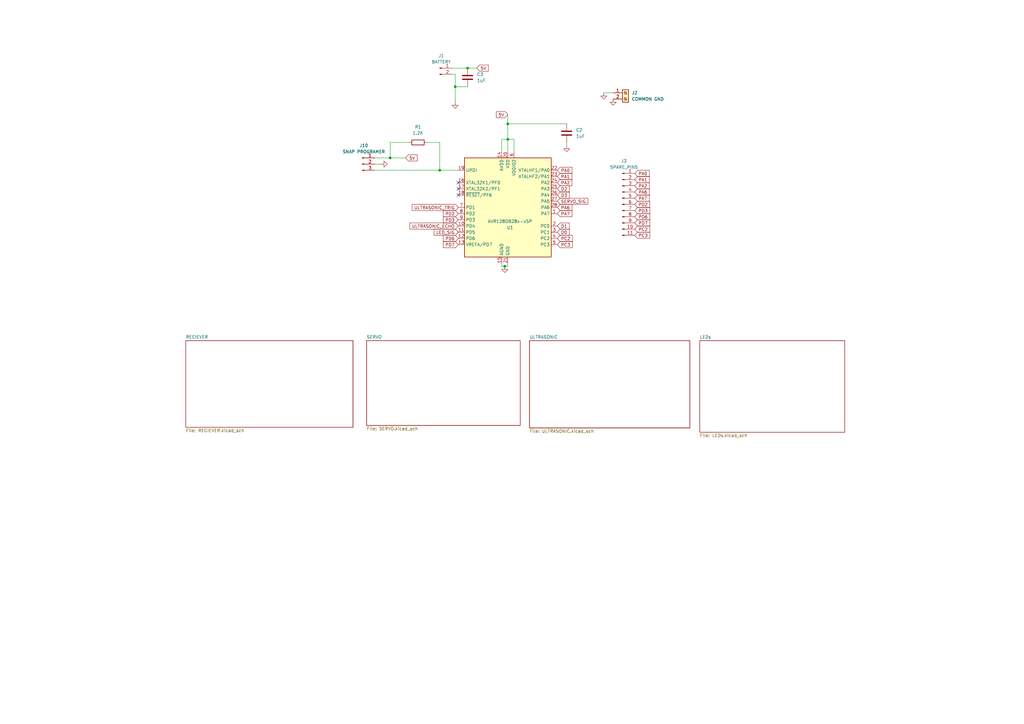
<source format=kicad_sch>
(kicad_sch
	(version 20250114)
	(generator "eeschema")
	(generator_version "9.0")
	(uuid "c7e35edf-6ffe-40dc-9a4f-72db8dbc3769")
	(paper "A3")
	(lib_symbols
		(symbol "Connector:Conn_01x02_Pin"
			(pin_names
				(offset 1.016)
				(hide yes)
			)
			(exclude_from_sim no)
			(in_bom yes)
			(on_board yes)
			(property "Reference" "J"
				(at 0 2.54 0)
				(effects
					(font
						(size 1.27 1.27)
					)
				)
			)
			(property "Value" "Conn_01x02_Pin"
				(at 0 -5.08 0)
				(effects
					(font
						(size 1.27 1.27)
					)
				)
			)
			(property "Footprint" ""
				(at 0 0 0)
				(effects
					(font
						(size 1.27 1.27)
					)
					(hide yes)
				)
			)
			(property "Datasheet" "~"
				(at 0 0 0)
				(effects
					(font
						(size 1.27 1.27)
					)
					(hide yes)
				)
			)
			(property "Description" "Generic connector, single row, 01x02, script generated"
				(at 0 0 0)
				(effects
					(font
						(size 1.27 1.27)
					)
					(hide yes)
				)
			)
			(property "ki_locked" ""
				(at 0 0 0)
				(effects
					(font
						(size 1.27 1.27)
					)
				)
			)
			(property "ki_keywords" "connector"
				(at 0 0 0)
				(effects
					(font
						(size 1.27 1.27)
					)
					(hide yes)
				)
			)
			(property "ki_fp_filters" "Connector*:*_1x??_*"
				(at 0 0 0)
				(effects
					(font
						(size 1.27 1.27)
					)
					(hide yes)
				)
			)
			(symbol "Conn_01x02_Pin_1_1"
				(rectangle
					(start 0.8636 0.127)
					(end 0 -0.127)
					(stroke
						(width 0.1524)
						(type default)
					)
					(fill
						(type outline)
					)
				)
				(rectangle
					(start 0.8636 -2.413)
					(end 0 -2.667)
					(stroke
						(width 0.1524)
						(type default)
					)
					(fill
						(type outline)
					)
				)
				(polyline
					(pts
						(xy 1.27 0) (xy 0.8636 0)
					)
					(stroke
						(width 0.1524)
						(type default)
					)
					(fill
						(type none)
					)
				)
				(polyline
					(pts
						(xy 1.27 -2.54) (xy 0.8636 -2.54)
					)
					(stroke
						(width 0.1524)
						(type default)
					)
					(fill
						(type none)
					)
				)
				(pin passive line
					(at 5.08 0 180)
					(length 3.81)
					(name "Pin_1"
						(effects
							(font
								(size 1.27 1.27)
							)
						)
					)
					(number "1"
						(effects
							(font
								(size 1.27 1.27)
							)
						)
					)
				)
				(pin passive line
					(at 5.08 -2.54 180)
					(length 3.81)
					(name "Pin_2"
						(effects
							(font
								(size 1.27 1.27)
							)
						)
					)
					(number "2"
						(effects
							(font
								(size 1.27 1.27)
							)
						)
					)
				)
			)
			(embedded_fonts no)
		)
		(symbol "Connector:Conn_01x03_Pin"
			(pin_names
				(offset 1.016)
				(hide yes)
			)
			(exclude_from_sim no)
			(in_bom yes)
			(on_board yes)
			(property "Reference" "J"
				(at 0 5.08 0)
				(effects
					(font
						(size 1.27 1.27)
					)
				)
			)
			(property "Value" "Conn_01x03_Pin"
				(at 0 -5.08 0)
				(effects
					(font
						(size 1.27 1.27)
					)
				)
			)
			(property "Footprint" ""
				(at 0 0 0)
				(effects
					(font
						(size 1.27 1.27)
					)
					(hide yes)
				)
			)
			(property "Datasheet" "~"
				(at 0 0 0)
				(effects
					(font
						(size 1.27 1.27)
					)
					(hide yes)
				)
			)
			(property "Description" "Generic connector, single row, 01x03, script generated"
				(at 0 0 0)
				(effects
					(font
						(size 1.27 1.27)
					)
					(hide yes)
				)
			)
			(property "ki_locked" ""
				(at 0 0 0)
				(effects
					(font
						(size 1.27 1.27)
					)
				)
			)
			(property "ki_keywords" "connector"
				(at 0 0 0)
				(effects
					(font
						(size 1.27 1.27)
					)
					(hide yes)
				)
			)
			(property "ki_fp_filters" "Connector*:*_1x??_*"
				(at 0 0 0)
				(effects
					(font
						(size 1.27 1.27)
					)
					(hide yes)
				)
			)
			(symbol "Conn_01x03_Pin_1_1"
				(rectangle
					(start 0.8636 2.667)
					(end 0 2.413)
					(stroke
						(width 0.1524)
						(type default)
					)
					(fill
						(type outline)
					)
				)
				(rectangle
					(start 0.8636 0.127)
					(end 0 -0.127)
					(stroke
						(width 0.1524)
						(type default)
					)
					(fill
						(type outline)
					)
				)
				(rectangle
					(start 0.8636 -2.413)
					(end 0 -2.667)
					(stroke
						(width 0.1524)
						(type default)
					)
					(fill
						(type outline)
					)
				)
				(polyline
					(pts
						(xy 1.27 2.54) (xy 0.8636 2.54)
					)
					(stroke
						(width 0.1524)
						(type default)
					)
					(fill
						(type none)
					)
				)
				(polyline
					(pts
						(xy 1.27 0) (xy 0.8636 0)
					)
					(stroke
						(width 0.1524)
						(type default)
					)
					(fill
						(type none)
					)
				)
				(polyline
					(pts
						(xy 1.27 -2.54) (xy 0.8636 -2.54)
					)
					(stroke
						(width 0.1524)
						(type default)
					)
					(fill
						(type none)
					)
				)
				(pin passive line
					(at 5.08 2.54 180)
					(length 3.81)
					(name "Pin_1"
						(effects
							(font
								(size 1.27 1.27)
							)
						)
					)
					(number "1"
						(effects
							(font
								(size 1.27 1.27)
							)
						)
					)
				)
				(pin passive line
					(at 5.08 0 180)
					(length 3.81)
					(name "Pin_2"
						(effects
							(font
								(size 1.27 1.27)
							)
						)
					)
					(number "2"
						(effects
							(font
								(size 1.27 1.27)
							)
						)
					)
				)
				(pin passive line
					(at 5.08 -2.54 180)
					(length 3.81)
					(name "Pin_3"
						(effects
							(font
								(size 1.27 1.27)
							)
						)
					)
					(number "3"
						(effects
							(font
								(size 1.27 1.27)
							)
						)
					)
				)
			)
			(embedded_fonts no)
		)
		(symbol "Connector:Conn_01x11_Pin"
			(pin_names
				(offset 1.016)
				(hide yes)
			)
			(exclude_from_sim no)
			(in_bom yes)
			(on_board yes)
			(property "Reference" "J"
				(at 0 15.24 0)
				(effects
					(font
						(size 1.27 1.27)
					)
				)
			)
			(property "Value" "Conn_01x11_Pin"
				(at 0 -15.24 0)
				(effects
					(font
						(size 1.27 1.27)
					)
				)
			)
			(property "Footprint" ""
				(at 0 0 0)
				(effects
					(font
						(size 1.27 1.27)
					)
					(hide yes)
				)
			)
			(property "Datasheet" "~"
				(at 0 0 0)
				(effects
					(font
						(size 1.27 1.27)
					)
					(hide yes)
				)
			)
			(property "Description" "Generic connector, single row, 01x11, script generated"
				(at 0 0 0)
				(effects
					(font
						(size 1.27 1.27)
					)
					(hide yes)
				)
			)
			(property "ki_locked" ""
				(at 0 0 0)
				(effects
					(font
						(size 1.27 1.27)
					)
				)
			)
			(property "ki_keywords" "connector"
				(at 0 0 0)
				(effects
					(font
						(size 1.27 1.27)
					)
					(hide yes)
				)
			)
			(property "ki_fp_filters" "Connector*:*_1x??_*"
				(at 0 0 0)
				(effects
					(font
						(size 1.27 1.27)
					)
					(hide yes)
				)
			)
			(symbol "Conn_01x11_Pin_1_1"
				(rectangle
					(start 0.8636 12.827)
					(end 0 12.573)
					(stroke
						(width 0.1524)
						(type default)
					)
					(fill
						(type outline)
					)
				)
				(rectangle
					(start 0.8636 10.287)
					(end 0 10.033)
					(stroke
						(width 0.1524)
						(type default)
					)
					(fill
						(type outline)
					)
				)
				(rectangle
					(start 0.8636 7.747)
					(end 0 7.493)
					(stroke
						(width 0.1524)
						(type default)
					)
					(fill
						(type outline)
					)
				)
				(rectangle
					(start 0.8636 5.207)
					(end 0 4.953)
					(stroke
						(width 0.1524)
						(type default)
					)
					(fill
						(type outline)
					)
				)
				(rectangle
					(start 0.8636 2.667)
					(end 0 2.413)
					(stroke
						(width 0.1524)
						(type default)
					)
					(fill
						(type outline)
					)
				)
				(rectangle
					(start 0.8636 0.127)
					(end 0 -0.127)
					(stroke
						(width 0.1524)
						(type default)
					)
					(fill
						(type outline)
					)
				)
				(rectangle
					(start 0.8636 -2.413)
					(end 0 -2.667)
					(stroke
						(width 0.1524)
						(type default)
					)
					(fill
						(type outline)
					)
				)
				(rectangle
					(start 0.8636 -4.953)
					(end 0 -5.207)
					(stroke
						(width 0.1524)
						(type default)
					)
					(fill
						(type outline)
					)
				)
				(rectangle
					(start 0.8636 -7.493)
					(end 0 -7.747)
					(stroke
						(width 0.1524)
						(type default)
					)
					(fill
						(type outline)
					)
				)
				(rectangle
					(start 0.8636 -10.033)
					(end 0 -10.287)
					(stroke
						(width 0.1524)
						(type default)
					)
					(fill
						(type outline)
					)
				)
				(rectangle
					(start 0.8636 -12.573)
					(end 0 -12.827)
					(stroke
						(width 0.1524)
						(type default)
					)
					(fill
						(type outline)
					)
				)
				(polyline
					(pts
						(xy 1.27 12.7) (xy 0.8636 12.7)
					)
					(stroke
						(width 0.1524)
						(type default)
					)
					(fill
						(type none)
					)
				)
				(polyline
					(pts
						(xy 1.27 10.16) (xy 0.8636 10.16)
					)
					(stroke
						(width 0.1524)
						(type default)
					)
					(fill
						(type none)
					)
				)
				(polyline
					(pts
						(xy 1.27 7.62) (xy 0.8636 7.62)
					)
					(stroke
						(width 0.1524)
						(type default)
					)
					(fill
						(type none)
					)
				)
				(polyline
					(pts
						(xy 1.27 5.08) (xy 0.8636 5.08)
					)
					(stroke
						(width 0.1524)
						(type default)
					)
					(fill
						(type none)
					)
				)
				(polyline
					(pts
						(xy 1.27 2.54) (xy 0.8636 2.54)
					)
					(stroke
						(width 0.1524)
						(type default)
					)
					(fill
						(type none)
					)
				)
				(polyline
					(pts
						(xy 1.27 0) (xy 0.8636 0)
					)
					(stroke
						(width 0.1524)
						(type default)
					)
					(fill
						(type none)
					)
				)
				(polyline
					(pts
						(xy 1.27 -2.54) (xy 0.8636 -2.54)
					)
					(stroke
						(width 0.1524)
						(type default)
					)
					(fill
						(type none)
					)
				)
				(polyline
					(pts
						(xy 1.27 -5.08) (xy 0.8636 -5.08)
					)
					(stroke
						(width 0.1524)
						(type default)
					)
					(fill
						(type none)
					)
				)
				(polyline
					(pts
						(xy 1.27 -7.62) (xy 0.8636 -7.62)
					)
					(stroke
						(width 0.1524)
						(type default)
					)
					(fill
						(type none)
					)
				)
				(polyline
					(pts
						(xy 1.27 -10.16) (xy 0.8636 -10.16)
					)
					(stroke
						(width 0.1524)
						(type default)
					)
					(fill
						(type none)
					)
				)
				(polyline
					(pts
						(xy 1.27 -12.7) (xy 0.8636 -12.7)
					)
					(stroke
						(width 0.1524)
						(type default)
					)
					(fill
						(type none)
					)
				)
				(pin passive line
					(at 5.08 12.7 180)
					(length 3.81)
					(name "Pin_1"
						(effects
							(font
								(size 1.27 1.27)
							)
						)
					)
					(number "1"
						(effects
							(font
								(size 1.27 1.27)
							)
						)
					)
				)
				(pin passive line
					(at 5.08 10.16 180)
					(length 3.81)
					(name "Pin_2"
						(effects
							(font
								(size 1.27 1.27)
							)
						)
					)
					(number "2"
						(effects
							(font
								(size 1.27 1.27)
							)
						)
					)
				)
				(pin passive line
					(at 5.08 7.62 180)
					(length 3.81)
					(name "Pin_3"
						(effects
							(font
								(size 1.27 1.27)
							)
						)
					)
					(number "3"
						(effects
							(font
								(size 1.27 1.27)
							)
						)
					)
				)
				(pin passive line
					(at 5.08 5.08 180)
					(length 3.81)
					(name "Pin_4"
						(effects
							(font
								(size 1.27 1.27)
							)
						)
					)
					(number "4"
						(effects
							(font
								(size 1.27 1.27)
							)
						)
					)
				)
				(pin passive line
					(at 5.08 2.54 180)
					(length 3.81)
					(name "Pin_5"
						(effects
							(font
								(size 1.27 1.27)
							)
						)
					)
					(number "5"
						(effects
							(font
								(size 1.27 1.27)
							)
						)
					)
				)
				(pin passive line
					(at 5.08 0 180)
					(length 3.81)
					(name "Pin_6"
						(effects
							(font
								(size 1.27 1.27)
							)
						)
					)
					(number "6"
						(effects
							(font
								(size 1.27 1.27)
							)
						)
					)
				)
				(pin passive line
					(at 5.08 -2.54 180)
					(length 3.81)
					(name "Pin_7"
						(effects
							(font
								(size 1.27 1.27)
							)
						)
					)
					(number "7"
						(effects
							(font
								(size 1.27 1.27)
							)
						)
					)
				)
				(pin passive line
					(at 5.08 -5.08 180)
					(length 3.81)
					(name "Pin_8"
						(effects
							(font
								(size 1.27 1.27)
							)
						)
					)
					(number "8"
						(effects
							(font
								(size 1.27 1.27)
							)
						)
					)
				)
				(pin passive line
					(at 5.08 -7.62 180)
					(length 3.81)
					(name "Pin_9"
						(effects
							(font
								(size 1.27 1.27)
							)
						)
					)
					(number "9"
						(effects
							(font
								(size 1.27 1.27)
							)
						)
					)
				)
				(pin passive line
					(at 5.08 -10.16 180)
					(length 3.81)
					(name "Pin_10"
						(effects
							(font
								(size 1.27 1.27)
							)
						)
					)
					(number "10"
						(effects
							(font
								(size 1.27 1.27)
							)
						)
					)
				)
				(pin passive line
					(at 5.08 -12.7 180)
					(length 3.81)
					(name "Pin_11"
						(effects
							(font
								(size 1.27 1.27)
							)
						)
					)
					(number "11"
						(effects
							(font
								(size 1.27 1.27)
							)
						)
					)
				)
			)
			(embedded_fonts no)
		)
		(symbol "Connector:Screw_Terminal_01x02"
			(pin_names
				(offset 1.016)
				(hide yes)
			)
			(exclude_from_sim no)
			(in_bom yes)
			(on_board yes)
			(property "Reference" "J"
				(at 0 2.54 0)
				(effects
					(font
						(size 1.27 1.27)
					)
				)
			)
			(property "Value" "Screw_Terminal_01x02"
				(at 0 -5.08 0)
				(effects
					(font
						(size 1.27 1.27)
					)
				)
			)
			(property "Footprint" ""
				(at 0 0 0)
				(effects
					(font
						(size 1.27 1.27)
					)
					(hide yes)
				)
			)
			(property "Datasheet" "~"
				(at 0 0 0)
				(effects
					(font
						(size 1.27 1.27)
					)
					(hide yes)
				)
			)
			(property "Description" "Generic screw terminal, single row, 01x02, script generated (kicad-library-utils/schlib/autogen/connector/)"
				(at 0 0 0)
				(effects
					(font
						(size 1.27 1.27)
					)
					(hide yes)
				)
			)
			(property "ki_keywords" "screw terminal"
				(at 0 0 0)
				(effects
					(font
						(size 1.27 1.27)
					)
					(hide yes)
				)
			)
			(property "ki_fp_filters" "TerminalBlock*:*"
				(at 0 0 0)
				(effects
					(font
						(size 1.27 1.27)
					)
					(hide yes)
				)
			)
			(symbol "Screw_Terminal_01x02_1_1"
				(rectangle
					(start -1.27 1.27)
					(end 1.27 -3.81)
					(stroke
						(width 0.254)
						(type default)
					)
					(fill
						(type background)
					)
				)
				(polyline
					(pts
						(xy -0.5334 0.3302) (xy 0.3302 -0.508)
					)
					(stroke
						(width 0.1524)
						(type default)
					)
					(fill
						(type none)
					)
				)
				(polyline
					(pts
						(xy -0.5334 -2.2098) (xy 0.3302 -3.048)
					)
					(stroke
						(width 0.1524)
						(type default)
					)
					(fill
						(type none)
					)
				)
				(polyline
					(pts
						(xy -0.3556 0.508) (xy 0.508 -0.3302)
					)
					(stroke
						(width 0.1524)
						(type default)
					)
					(fill
						(type none)
					)
				)
				(polyline
					(pts
						(xy -0.3556 -2.032) (xy 0.508 -2.8702)
					)
					(stroke
						(width 0.1524)
						(type default)
					)
					(fill
						(type none)
					)
				)
				(circle
					(center 0 0)
					(radius 0.635)
					(stroke
						(width 0.1524)
						(type default)
					)
					(fill
						(type none)
					)
				)
				(circle
					(center 0 -2.54)
					(radius 0.635)
					(stroke
						(width 0.1524)
						(type default)
					)
					(fill
						(type none)
					)
				)
				(pin passive line
					(at -5.08 0 0)
					(length 3.81)
					(name "Pin_1"
						(effects
							(font
								(size 1.27 1.27)
							)
						)
					)
					(number "1"
						(effects
							(font
								(size 1.27 1.27)
							)
						)
					)
				)
				(pin passive line
					(at -5.08 -2.54 0)
					(length 3.81)
					(name "Pin_2"
						(effects
							(font
								(size 1.27 1.27)
							)
						)
					)
					(number "2"
						(effects
							(font
								(size 1.27 1.27)
							)
						)
					)
				)
			)
			(embedded_fonts no)
		)
		(symbol "Device:C"
			(pin_numbers
				(hide yes)
			)
			(pin_names
				(offset 0.254)
			)
			(exclude_from_sim no)
			(in_bom yes)
			(on_board yes)
			(property "Reference" "C"
				(at 0.635 2.54 0)
				(effects
					(font
						(size 1.27 1.27)
					)
					(justify left)
				)
			)
			(property "Value" "C"
				(at 0.635 -2.54 0)
				(effects
					(font
						(size 1.27 1.27)
					)
					(justify left)
				)
			)
			(property "Footprint" ""
				(at 0.9652 -3.81 0)
				(effects
					(font
						(size 1.27 1.27)
					)
					(hide yes)
				)
			)
			(property "Datasheet" "~"
				(at 0 0 0)
				(effects
					(font
						(size 1.27 1.27)
					)
					(hide yes)
				)
			)
			(property "Description" "Unpolarized capacitor"
				(at 0 0 0)
				(effects
					(font
						(size 1.27 1.27)
					)
					(hide yes)
				)
			)
			(property "ki_keywords" "cap capacitor"
				(at 0 0 0)
				(effects
					(font
						(size 1.27 1.27)
					)
					(hide yes)
				)
			)
			(property "ki_fp_filters" "C_*"
				(at 0 0 0)
				(effects
					(font
						(size 1.27 1.27)
					)
					(hide yes)
				)
			)
			(symbol "C_0_1"
				(polyline
					(pts
						(xy -2.032 0.762) (xy 2.032 0.762)
					)
					(stroke
						(width 0.508)
						(type default)
					)
					(fill
						(type none)
					)
				)
				(polyline
					(pts
						(xy -2.032 -0.762) (xy 2.032 -0.762)
					)
					(stroke
						(width 0.508)
						(type default)
					)
					(fill
						(type none)
					)
				)
			)
			(symbol "C_1_1"
				(pin passive line
					(at 0 3.81 270)
					(length 2.794)
					(name "~"
						(effects
							(font
								(size 1.27 1.27)
							)
						)
					)
					(number "1"
						(effects
							(font
								(size 1.27 1.27)
							)
						)
					)
				)
				(pin passive line
					(at 0 -3.81 90)
					(length 2.794)
					(name "~"
						(effects
							(font
								(size 1.27 1.27)
							)
						)
					)
					(number "2"
						(effects
							(font
								(size 1.27 1.27)
							)
						)
					)
				)
			)
			(embedded_fonts no)
		)
		(symbol "Device:R"
			(pin_numbers
				(hide yes)
			)
			(pin_names
				(offset 0)
			)
			(exclude_from_sim no)
			(in_bom yes)
			(on_board yes)
			(property "Reference" "R"
				(at 2.032 0 90)
				(effects
					(font
						(size 1.27 1.27)
					)
				)
			)
			(property "Value" "R"
				(at 0 0 90)
				(effects
					(font
						(size 1.27 1.27)
					)
				)
			)
			(property "Footprint" ""
				(at -1.778 0 90)
				(effects
					(font
						(size 1.27 1.27)
					)
					(hide yes)
				)
			)
			(property "Datasheet" "~"
				(at 0 0 0)
				(effects
					(font
						(size 1.27 1.27)
					)
					(hide yes)
				)
			)
			(property "Description" "Resistor"
				(at 0 0 0)
				(effects
					(font
						(size 1.27 1.27)
					)
					(hide yes)
				)
			)
			(property "ki_keywords" "R res resistor"
				(at 0 0 0)
				(effects
					(font
						(size 1.27 1.27)
					)
					(hide yes)
				)
			)
			(property "ki_fp_filters" "R_*"
				(at 0 0 0)
				(effects
					(font
						(size 1.27 1.27)
					)
					(hide yes)
				)
			)
			(symbol "R_0_1"
				(rectangle
					(start -1.016 -2.54)
					(end 1.016 2.54)
					(stroke
						(width 0.254)
						(type default)
					)
					(fill
						(type none)
					)
				)
			)
			(symbol "R_1_1"
				(pin passive line
					(at 0 3.81 270)
					(length 1.27)
					(name "~"
						(effects
							(font
								(size 1.27 1.27)
							)
						)
					)
					(number "1"
						(effects
							(font
								(size 1.27 1.27)
							)
						)
					)
				)
				(pin passive line
					(at 0 -3.81 90)
					(length 1.27)
					(name "~"
						(effects
							(font
								(size 1.27 1.27)
							)
						)
					)
					(number "2"
						(effects
							(font
								(size 1.27 1.27)
							)
						)
					)
				)
			)
			(embedded_fonts no)
		)
		(symbol "MCU_Microchip_AVR_Dx:AVR128DB28x-xSP"
			(exclude_from_sim no)
			(in_bom yes)
			(on_board yes)
			(property "Reference" "U1"
				(at -8.8586 -30.48 90)
				(effects
					(font
						(size 1.27 1.27)
					)
				)
			)
			(property "Value" "AVR128DB28x-xSP"
				(at -6.3186 -30.48 90)
				(effects
					(font
						(size 1.27 1.27)
					)
				)
			)
			(property "Footprint" "AVR_pinholes:AVR_board_pinholes"
				(at 0 0 0)
				(effects
					(font
						(size 1.27 1.27)
						(italic yes)
					)
					(hide yes)
				)
			)
			(property "Datasheet" "https://ww1.microchip.com/downloads/en/DeviceDoc/AVR128DB28-32-48-64-DataSheet-DS40002247A.pdf"
				(at 3.81 -42.164 0)
				(effects
					(font
						(size 1.27 1.27)
					)
					(hide yes)
				)
			)
			(property "Description" "24MHz, 128kB Flash, 16kB SRAM, EEPROM with Op Amps and Multi-Voltage I/O, SPDIP-28"
				(at 0 0 0)
				(effects
					(font
						(size 1.27 1.27)
					)
					(hide yes)
				)
			)
			(property "ki_keywords" "AVR 8bit Microcontroller AVR-DB"
				(at 0 0 0)
				(effects
					(font
						(size 1.27 1.27)
					)
					(hide yes)
				)
			)
			(property "ki_fp_filters" "DIP*W7.62mm*"
				(at 0 0 0)
				(effects
					(font
						(size 1.27 1.27)
					)
					(hide yes)
				)
			)
			(symbol "AVR128DB28x-xSP_0_1"
				(rectangle
					(start -17.78 20.32)
					(end 17.78 -20.32)
					(stroke
						(width 0.254)
						(type default)
					)
					(fill
						(type background)
					)
				)
			)
			(symbol "AVR128DB28x-xSP_1_1"
				(pin input line
					(at -20.32 15.24 0)
					(length 2.54)
					(name "UPDI"
						(effects
							(font
								(size 1.27 1.27)
							)
						)
					)
					(number "19"
						(effects
							(font
								(size 1.27 1.27)
							)
						)
					)
				)
				(pin bidirectional line
					(at -20.32 10.16 0)
					(length 2.54)
					(name "XTAL32K1/PF0"
						(effects
							(font
								(size 1.27 1.27)
							)
						)
					)
					(number "16"
						(effects
							(font
								(size 1.27 1.27)
							)
						)
					)
				)
				(pin bidirectional line
					(at -20.32 7.62 0)
					(length 2.54)
					(name "XTAL32K2/PF1"
						(effects
							(font
								(size 1.27 1.27)
							)
						)
					)
					(number "17"
						(effects
							(font
								(size 1.27 1.27)
							)
						)
					)
				)
				(pin bidirectional line
					(at -20.32 5.08 0)
					(length 2.54)
					(name "~{RESET}/PF6"
						(effects
							(font
								(size 1.27 1.27)
							)
						)
					)
					(number "18"
						(effects
							(font
								(size 1.27 1.27)
							)
						)
					)
				)
				(pin bidirectional line
					(at -20.32 0 0)
					(length 2.54)
					(name "PD1"
						(effects
							(font
								(size 1.27 1.27)
							)
						)
					)
					(number "7"
						(effects
							(font
								(size 1.27 1.27)
							)
						)
					)
				)
				(pin bidirectional line
					(at -20.32 -2.54 0)
					(length 2.54)
					(name "PD2"
						(effects
							(font
								(size 1.27 1.27)
							)
						)
					)
					(number "8"
						(effects
							(font
								(size 1.27 1.27)
							)
						)
					)
				)
				(pin bidirectional line
					(at -20.32 -5.08 0)
					(length 2.54)
					(name "PD3"
						(effects
							(font
								(size 1.27 1.27)
							)
						)
					)
					(number "9"
						(effects
							(font
								(size 1.27 1.27)
							)
						)
					)
				)
				(pin bidirectional line
					(at -20.32 -7.62 0)
					(length 2.54)
					(name "PD4"
						(effects
							(font
								(size 1.27 1.27)
							)
						)
					)
					(number "10"
						(effects
							(font
								(size 1.27 1.27)
							)
						)
					)
				)
				(pin bidirectional line
					(at -20.32 -10.16 0)
					(length 2.54)
					(name "PD5"
						(effects
							(font
								(size 1.27 1.27)
							)
						)
					)
					(number "11"
						(effects
							(font
								(size 1.27 1.27)
							)
						)
					)
				)
				(pin bidirectional line
					(at -20.32 -12.7 0)
					(length 2.54)
					(name "PD6"
						(effects
							(font
								(size 1.27 1.27)
							)
						)
					)
					(number "12"
						(effects
							(font
								(size 1.27 1.27)
							)
						)
					)
				)
				(pin bidirectional line
					(at -20.32 -15.24 0)
					(length 2.54)
					(name "VREFA/PD7"
						(effects
							(font
								(size 1.27 1.27)
							)
						)
					)
					(number "13"
						(effects
							(font
								(size 1.27 1.27)
							)
						)
					)
				)
				(pin power_in line
					(at -2.54 22.86 270)
					(length 2.54)
					(name "AVDD"
						(effects
							(font
								(size 1.27 1.27)
							)
						)
					)
					(number "14"
						(effects
							(font
								(size 1.27 1.27)
							)
						)
					)
				)
				(pin power_in line
					(at -2.54 -22.86 90)
					(length 2.54)
					(name "AGND"
						(effects
							(font
								(size 1.27 1.27)
							)
						)
					)
					(number "15"
						(effects
							(font
								(size 1.27 1.27)
							)
						)
					)
				)
				(pin power_in line
					(at 0 22.86 270)
					(length 2.54)
					(name "VDD"
						(effects
							(font
								(size 1.27 1.27)
							)
						)
					)
					(number "20"
						(effects
							(font
								(size 1.27 1.27)
							)
						)
					)
				)
				(pin power_in line
					(at 0 -22.86 90)
					(length 2.54)
					(name "GND"
						(effects
							(font
								(size 1.27 1.27)
							)
						)
					)
					(number "21"
						(effects
							(font
								(size 1.27 1.27)
							)
						)
					)
				)
				(pin power_in line
					(at 2.54 22.86 270)
					(length 2.54)
					(name "VDDIO2"
						(effects
							(font
								(size 1.27 1.27)
							)
						)
					)
					(number "6"
						(effects
							(font
								(size 1.27 1.27)
							)
						)
					)
				)
				(pin bidirectional line
					(at 20.32 15.24 180)
					(length 2.54)
					(name "XTALHF1/PA0"
						(effects
							(font
								(size 1.27 1.27)
							)
						)
					)
					(number "22"
						(effects
							(font
								(size 1.27 1.27)
							)
						)
					)
				)
				(pin bidirectional line
					(at 20.32 12.7 180)
					(length 2.54)
					(name "XTALHF2/PA1"
						(effects
							(font
								(size 1.27 1.27)
							)
						)
					)
					(number "23"
						(effects
							(font
								(size 1.27 1.27)
							)
						)
					)
				)
				(pin bidirectional line
					(at 20.32 10.16 180)
					(length 2.54)
					(name "PA2"
						(effects
							(font
								(size 1.27 1.27)
							)
						)
					)
					(number "24"
						(effects
							(font
								(size 1.27 1.27)
							)
						)
					)
				)
				(pin bidirectional line
					(at 20.32 7.62 180)
					(length 2.54)
					(name "PA3"
						(effects
							(font
								(size 1.27 1.27)
							)
						)
					)
					(number "25"
						(effects
							(font
								(size 1.27 1.27)
							)
						)
					)
				)
				(pin bidirectional line
					(at 20.32 5.08 180)
					(length 2.54)
					(name "PA4"
						(effects
							(font
								(size 1.27 1.27)
							)
						)
					)
					(number "26"
						(effects
							(font
								(size 1.27 1.27)
							)
						)
					)
				)
				(pin bidirectional line
					(at 20.32 2.54 180)
					(length 2.54)
					(name "PA5"
						(effects
							(font
								(size 1.27 1.27)
							)
						)
					)
					(number "27"
						(effects
							(font
								(size 1.27 1.27)
							)
						)
					)
				)
				(pin bidirectional line
					(at 20.32 0 180)
					(length 2.54)
					(name "PA6"
						(effects
							(font
								(size 1.27 1.27)
							)
						)
					)
					(number "28"
						(effects
							(font
								(size 1.27 1.27)
							)
						)
					)
				)
				(pin bidirectional line
					(at 20.32 -2.54 180)
					(length 2.54)
					(name "PA7"
						(effects
							(font
								(size 1.27 1.27)
							)
						)
					)
					(number "1"
						(effects
							(font
								(size 1.27 1.27)
							)
						)
					)
				)
				(pin bidirectional line
					(at 20.32 -7.62 180)
					(length 2.54)
					(name "PC0"
						(effects
							(font
								(size 1.27 1.27)
							)
						)
					)
					(number "2"
						(effects
							(font
								(size 1.27 1.27)
							)
						)
					)
				)
				(pin bidirectional line
					(at 20.32 -10.16 180)
					(length 2.54)
					(name "PC1"
						(effects
							(font
								(size 1.27 1.27)
							)
						)
					)
					(number "3"
						(effects
							(font
								(size 1.27 1.27)
							)
						)
					)
				)
				(pin bidirectional line
					(at 20.32 -12.7 180)
					(length 2.54)
					(name "PC2"
						(effects
							(font
								(size 1.27 1.27)
							)
						)
					)
					(number "4"
						(effects
							(font
								(size 1.27 1.27)
							)
						)
					)
				)
				(pin bidirectional line
					(at 20.32 -15.24 180)
					(length 2.54)
					(name "PC3"
						(effects
							(font
								(size 1.27 1.27)
							)
						)
					)
					(number "5"
						(effects
							(font
								(size 1.27 1.27)
							)
						)
					)
				)
			)
			(embedded_fonts no)
		)
		(symbol "power:GND"
			(power)
			(pin_numbers
				(hide yes)
			)
			(pin_names
				(offset 0)
				(hide yes)
			)
			(exclude_from_sim no)
			(in_bom yes)
			(on_board yes)
			(property "Reference" "#PWR"
				(at 0 -6.35 0)
				(effects
					(font
						(size 1.27 1.27)
					)
					(hide yes)
				)
			)
			(property "Value" "GND"
				(at 0 -3.81 0)
				(effects
					(font
						(size 1.27 1.27)
					)
				)
			)
			(property "Footprint" ""
				(at 0 0 0)
				(effects
					(font
						(size 1.27 1.27)
					)
					(hide yes)
				)
			)
			(property "Datasheet" ""
				(at 0 0 0)
				(effects
					(font
						(size 1.27 1.27)
					)
					(hide yes)
				)
			)
			(property "Description" "Power symbol creates a global label with name \"GND\" , ground"
				(at 0 0 0)
				(effects
					(font
						(size 1.27 1.27)
					)
					(hide yes)
				)
			)
			(property "ki_keywords" "global power"
				(at 0 0 0)
				(effects
					(font
						(size 1.27 1.27)
					)
					(hide yes)
				)
			)
			(symbol "GND_0_1"
				(polyline
					(pts
						(xy 0 0) (xy 0 -1.27) (xy 1.27 -1.27) (xy 0 -2.54) (xy -1.27 -1.27) (xy 0 -1.27)
					)
					(stroke
						(width 0)
						(type default)
					)
					(fill
						(type none)
					)
				)
			)
			(symbol "GND_1_1"
				(pin power_in line
					(at 0 0 270)
					(length 0)
					(name "~"
						(effects
							(font
								(size 1.27 1.27)
							)
						)
					)
					(number "1"
						(effects
							(font
								(size 1.27 1.27)
							)
						)
					)
				)
			)
			(embedded_fonts no)
		)
	)
	(junction
		(at 160.02 64.77)
		(diameter 0)
		(color 0 0 0 0)
		(uuid "13491f69-6730-47a8-abad-bc3d04649154")
	)
	(junction
		(at 180.34 69.85)
		(diameter 0)
		(color 0 0 0 0)
		(uuid "19f92e3c-55b3-4fc2-af7f-02e8691be7af")
	)
	(junction
		(at 207.01 109.22)
		(diameter 0)
		(color 0 0 0 0)
		(uuid "446963bc-38c0-41a4-a0c5-830a8c121df7")
	)
	(junction
		(at 186.69 35.56)
		(diameter 0)
		(color 0 0 0 0)
		(uuid "4a06f0b7-c7dd-4d5c-b383-598db25a889b")
	)
	(junction
		(at 208.28 50.8)
		(diameter 0)
		(color 0 0 0 0)
		(uuid "794400ba-8370-45bd-8334-af2919ef4c0a")
	)
	(junction
		(at 191.77 27.94)
		(diameter 0)
		(color 0 0 0 0)
		(uuid "a2ae9188-3aef-48d1-b513-c320d32ca002")
	)
	(junction
		(at 208.28 57.15)
		(diameter 0)
		(color 0 0 0 0)
		(uuid "f8a35817-1af2-471a-9886-d50c60acc8cb")
	)
	(no_connect
		(at 187.96 77.47)
		(uuid "8e2d040c-6495-4009-a1f1-e3f07742c783")
	)
	(no_connect
		(at 187.96 74.93)
		(uuid "a5f60a65-8337-41af-99d7-4db23df07793")
	)
	(no_connect
		(at 187.96 80.01)
		(uuid "e205ba1f-4bf7-4f2c-b0dc-0febc06c1c27")
	)
	(wire
		(pts
			(xy 205.74 107.95) (xy 205.74 109.22)
		)
		(stroke
			(width 0)
			(type default)
		)
		(uuid "043ec246-dd57-457e-b7e1-01feec5a7b0a")
	)
	(wire
		(pts
			(xy 208.28 50.8) (xy 208.28 46.99)
		)
		(stroke
			(width 0)
			(type default)
		)
		(uuid "10dff542-b24a-4d93-8553-c0741c5228a1")
	)
	(wire
		(pts
			(xy 180.34 58.42) (xy 180.34 69.85)
		)
		(stroke
			(width 0)
			(type default)
		)
		(uuid "12157a3c-1a23-4649-aa4c-13c76b4f7f75")
	)
	(wire
		(pts
			(xy 208.28 50.8) (xy 232.41 50.8)
		)
		(stroke
			(width 0)
			(type default)
		)
		(uuid "177adf17-5741-4ca0-bf72-ca4f4a6cdc49")
	)
	(wire
		(pts
			(xy 186.69 35.56) (xy 186.69 30.48)
		)
		(stroke
			(width 0)
			(type default)
		)
		(uuid "1e971744-fafc-46a9-8cf0-27d1792b412f")
	)
	(wire
		(pts
			(xy 153.67 69.85) (xy 180.34 69.85)
		)
		(stroke
			(width 0)
			(type default)
		)
		(uuid "5196d0a3-2774-4cb6-b436-a12e0c9ccb4f")
	)
	(wire
		(pts
			(xy 153.67 64.77) (xy 160.02 64.77)
		)
		(stroke
			(width 0)
			(type default)
		)
		(uuid "53904e5b-5093-4b48-b5ea-64562f50d072")
	)
	(wire
		(pts
			(xy 208.28 62.23) (xy 208.28 57.15)
		)
		(stroke
			(width 0)
			(type default)
		)
		(uuid "53bd15ec-9db0-42ac-ba48-c07d68c2d744")
	)
	(wire
		(pts
			(xy 208.28 109.22) (xy 208.28 107.95)
		)
		(stroke
			(width 0)
			(type default)
		)
		(uuid "55ff4a55-661b-485f-a6b4-4814f2475d2f")
	)
	(wire
		(pts
			(xy 207.01 109.22) (xy 208.28 109.22)
		)
		(stroke
			(width 0)
			(type default)
		)
		(uuid "57074a4b-861b-44db-b972-7dbac09328a2")
	)
	(wire
		(pts
			(xy 160.02 58.42) (xy 167.64 58.42)
		)
		(stroke
			(width 0)
			(type default)
		)
		(uuid "6b96d2da-c5b3-4554-9012-8dafebbbfe62")
	)
	(wire
		(pts
			(xy 191.77 27.94) (xy 195.58 27.94)
		)
		(stroke
			(width 0)
			(type default)
		)
		(uuid "7319857b-7d77-47b7-b6d0-180bb8269619")
	)
	(wire
		(pts
			(xy 208.28 57.15) (xy 208.28 50.8)
		)
		(stroke
			(width 0)
			(type default)
		)
		(uuid "73a7d7b9-5aac-4520-9b35-c68ea7beb82e")
	)
	(wire
		(pts
			(xy 205.74 57.15) (xy 208.28 57.15)
		)
		(stroke
			(width 0)
			(type default)
		)
		(uuid "799ab494-2e1a-4796-a6be-93bc5d5b59bc")
	)
	(wire
		(pts
			(xy 156.21 67.31) (xy 153.67 67.31)
		)
		(stroke
			(width 0)
			(type default)
		)
		(uuid "834e0738-7041-477c-a56c-c5e3d4a95908")
	)
	(wire
		(pts
			(xy 208.28 57.15) (xy 210.82 57.15)
		)
		(stroke
			(width 0)
			(type default)
		)
		(uuid "85c258e9-9e74-4859-9737-067821c9cff3")
	)
	(wire
		(pts
			(xy 232.41 59.69) (xy 232.41 58.42)
		)
		(stroke
			(width 0)
			(type default)
		)
		(uuid "879f6874-4bda-49c2-b9f1-859e3ad2fb39")
	)
	(wire
		(pts
			(xy 160.02 64.77) (xy 166.37 64.77)
		)
		(stroke
			(width 0)
			(type default)
		)
		(uuid "8e3d6f56-c92c-4c87-a83e-7e0f43a0c3f7")
	)
	(wire
		(pts
			(xy 205.74 62.23) (xy 205.74 57.15)
		)
		(stroke
			(width 0)
			(type default)
		)
		(uuid "a410deb8-e298-4c24-93a1-5779af16502f")
	)
	(wire
		(pts
			(xy 247.65 38.1) (xy 251.46 38.1)
		)
		(stroke
			(width 0)
			(type default)
		)
		(uuid "b2d01e42-ced7-4a68-b339-aeae08ada80e")
	)
	(wire
		(pts
			(xy 186.69 41.91) (xy 186.69 35.56)
		)
		(stroke
			(width 0)
			(type default)
		)
		(uuid "caf6c4d6-6e3a-403e-8784-7c9686872fb4")
	)
	(wire
		(pts
			(xy 175.26 58.42) (xy 180.34 58.42)
		)
		(stroke
			(width 0)
			(type default)
		)
		(uuid "d76ad9be-1e00-4ea3-a215-22b6f4ba71e4")
	)
	(wire
		(pts
			(xy 185.42 27.94) (xy 191.77 27.94)
		)
		(stroke
			(width 0)
			(type default)
		)
		(uuid "de3a42b1-bc8f-4cf4-9f37-65cbf3cebe36")
	)
	(wire
		(pts
			(xy 210.82 62.23) (xy 210.82 57.15)
		)
		(stroke
			(width 0)
			(type default)
		)
		(uuid "e578a06d-b66e-4afe-8205-5a2d5c3b5650")
	)
	(wire
		(pts
			(xy 160.02 64.77) (xy 160.02 58.42)
		)
		(stroke
			(width 0)
			(type default)
		)
		(uuid "f2fba01d-d290-41b7-8e41-3fca0551900e")
	)
	(wire
		(pts
			(xy 180.34 69.85) (xy 187.96 69.85)
		)
		(stroke
			(width 0)
			(type default)
		)
		(uuid "f497ec8b-dc6a-409e-996a-41c94db7bef9")
	)
	(wire
		(pts
			(xy 205.74 109.22) (xy 207.01 109.22)
		)
		(stroke
			(width 0)
			(type default)
		)
		(uuid "fab4b1d8-11f6-4023-b8d5-ea5f3898c072")
	)
	(wire
		(pts
			(xy 186.69 35.56) (xy 191.77 35.56)
		)
		(stroke
			(width 0)
			(type default)
		)
		(uuid "fcf8e689-c9b6-4ce8-a8ed-b10b1bfa8951")
	)
	(wire
		(pts
			(xy 186.69 30.48) (xy 185.42 30.48)
		)
		(stroke
			(width 0)
			(type default)
		)
		(uuid "fdb6eaf1-5794-4775-8fc7-ab769273a699")
	)
	(global_label "PA0"
		(shape input)
		(at 228.6 69.85 0)
		(fields_autoplaced yes)
		(effects
			(font
				(size 1.27 1.27)
			)
			(justify left)
		)
		(uuid "01964d93-ef9b-4db4-876a-f9d4c0bacd5b")
		(property "Intersheetrefs" "${INTERSHEET_REFS}"
			(at 235.1533 69.85 0)
			(effects
				(font
					(size 1.27 1.27)
				)
				(justify left)
				(hide yes)
			)
		)
	)
	(global_label "PD7"
		(shape input)
		(at 187.96 100.33 180)
		(fields_autoplaced yes)
		(effects
			(font
				(size 1.27 1.27)
			)
			(justify right)
		)
		(uuid "09bd314c-4bed-41d0-8c5f-6729296fc290")
		(property "Intersheetrefs" "${INTERSHEET_REFS}"
			(at 181.2253 100.33 0)
			(effects
				(font
					(size 1.27 1.27)
				)
				(justify right)
				(hide yes)
			)
		)
	)
	(global_label "PD7"
		(shape input)
		(at 260.35 91.44 0)
		(fields_autoplaced yes)
		(effects
			(font
				(size 1.27 1.27)
			)
			(justify left)
		)
		(uuid "15c04d9e-2bc4-4353-a447-249df0263602")
		(property "Intersheetrefs" "${INTERSHEET_REFS}"
			(at 267.0847 91.44 0)
			(effects
				(font
					(size 1.27 1.27)
				)
				(justify left)
				(hide yes)
			)
		)
	)
	(global_label "5V"
		(shape input)
		(at 208.28 46.99 180)
		(fields_autoplaced yes)
		(effects
			(font
				(size 1.27 1.27)
			)
			(justify right)
		)
		(uuid "187afabb-506b-4ef9-942d-a3b057669623")
		(property "Intersheetrefs" "${INTERSHEET_REFS}"
			(at 202.9967 46.99 0)
			(effects
				(font
					(size 1.27 1.27)
				)
				(justify right)
				(hide yes)
			)
		)
	)
	(global_label "PA6"
		(shape input)
		(at 228.6 85.09 0)
		(fields_autoplaced yes)
		(effects
			(font
				(size 1.27 1.27)
			)
			(justify left)
		)
		(uuid "235d9ee7-2216-436a-8b5c-1a9ad462603a")
		(property "Intersheetrefs" "${INTERSHEET_REFS}"
			(at 235.1533 85.09 0)
			(effects
				(font
					(size 1.27 1.27)
				)
				(justify left)
				(hide yes)
			)
		)
	)
	(global_label "PA7"
		(shape input)
		(at 228.6 87.63 0)
		(fields_autoplaced yes)
		(effects
			(font
				(size 1.27 1.27)
			)
			(justify left)
		)
		(uuid "29d140e4-ea5e-4a35-9d16-268d789c3066")
		(property "Intersheetrefs" "${INTERSHEET_REFS}"
			(at 235.1533 87.63 0)
			(effects
				(font
					(size 1.27 1.27)
				)
				(justify left)
				(hide yes)
			)
		)
	)
	(global_label "LED_SIG"
		(shape input)
		(at 187.96 95.25 180)
		(fields_autoplaced yes)
		(effects
			(font
				(size 1.27 1.27)
				(thickness 0.1588)
			)
			(justify right)
		)
		(uuid "50e810bd-f396-4cf0-bfe9-d3256c3bb5cf")
		(property "Intersheetrefs" "${INTERSHEET_REFS}"
			(at 177.4758 95.25 0)
			(effects
				(font
					(size 1.27 1.27)
				)
				(justify right)
				(hide yes)
			)
		)
	)
	(global_label "D3"
		(shape input)
		(at 228.6 80.01 0)
		(fields_autoplaced yes)
		(effects
			(font
				(size 1.27 1.27)
			)
			(justify left)
		)
		(uuid "53f974b9-8ad7-434c-90d4-2f08ba7a8df6")
		(property "Intersheetrefs" "${INTERSHEET_REFS}"
			(at 234.0647 80.01 0)
			(effects
				(font
					(size 1.27 1.27)
				)
				(justify left)
				(hide yes)
			)
		)
	)
	(global_label "5V"
		(shape input)
		(at 166.37 64.77 0)
		(fields_autoplaced yes)
		(effects
			(font
				(size 1.27 1.27)
			)
			(justify left)
		)
		(uuid "5c36ea2b-84f0-425c-aa8c-dfacfdb7da69")
		(property "Intersheetrefs" "${INTERSHEET_REFS}"
			(at 171.6533 64.77 0)
			(effects
				(font
					(size 1.27 1.27)
				)
				(justify left)
				(hide yes)
			)
		)
	)
	(global_label "PD6"
		(shape input)
		(at 260.35 88.9 0)
		(fields_autoplaced yes)
		(effects
			(font
				(size 1.27 1.27)
			)
			(justify left)
		)
		(uuid "698f6b3d-d1f4-45a4-a371-8529ae946bd5")
		(property "Intersheetrefs" "${INTERSHEET_REFS}"
			(at 267.0847 88.9 0)
			(effects
				(font
					(size 1.27 1.27)
				)
				(justify left)
				(hide yes)
			)
		)
	)
	(global_label "PD2"
		(shape input)
		(at 187.96 87.63 180)
		(fields_autoplaced yes)
		(effects
			(font
				(size 1.27 1.27)
			)
			(justify right)
		)
		(uuid "6de3dc5a-0e1b-44e6-ac9b-79f9926455db")
		(property "Intersheetrefs" "${INTERSHEET_REFS}"
			(at 181.2253 87.63 0)
			(effects
				(font
					(size 1.27 1.27)
				)
				(justify right)
				(hide yes)
			)
		)
	)
	(global_label "PD6"
		(shape input)
		(at 187.96 97.79 180)
		(fields_autoplaced yes)
		(effects
			(font
				(size 1.27 1.27)
			)
			(justify right)
		)
		(uuid "7f974f0a-7041-4b55-a29d-b4a2974b58ec")
		(property "Intersheetrefs" "${INTERSHEET_REFS}"
			(at 181.2253 97.79 0)
			(effects
				(font
					(size 1.27 1.27)
				)
				(justify right)
				(hide yes)
			)
		)
	)
	(global_label "PA1"
		(shape input)
		(at 260.35 73.66 0)
		(fields_autoplaced yes)
		(effects
			(font
				(size 1.27 1.27)
			)
			(justify left)
		)
		(uuid "94b88f0a-b1ba-42a5-9dda-c9f56faafd5b")
		(property "Intersheetrefs" "${INTERSHEET_REFS}"
			(at 266.9033 73.66 0)
			(effects
				(font
					(size 1.27 1.27)
				)
				(justify left)
				(hide yes)
			)
		)
	)
	(global_label "PA6"
		(shape input)
		(at 260.35 78.74 0)
		(fields_autoplaced yes)
		(effects
			(font
				(size 1.27 1.27)
			)
			(justify left)
		)
		(uuid "971df0d1-adac-434b-90c5-3e53ac97b8a0")
		(property "Intersheetrefs" "${INTERSHEET_REFS}"
			(at 266.9033 78.74 0)
			(effects
				(font
					(size 1.27 1.27)
				)
				(justify left)
				(hide yes)
			)
		)
	)
	(global_label "PC2"
		(shape input)
		(at 260.35 93.98 0)
		(fields_autoplaced yes)
		(effects
			(font
				(size 1.27 1.27)
			)
			(justify left)
		)
		(uuid "98a90714-7603-4757-9a87-8128d70f6a07")
		(property "Intersheetrefs" "${INTERSHEET_REFS}"
			(at 267.0847 93.98 0)
			(effects
				(font
					(size 1.27 1.27)
				)
				(justify left)
				(hide yes)
			)
		)
	)
	(global_label "PC3"
		(shape input)
		(at 228.6 100.33 0)
		(fields_autoplaced yes)
		(effects
			(font
				(size 1.27 1.27)
			)
			(justify left)
		)
		(uuid "99c477aa-1026-47f4-b033-990b5541f429")
		(property "Intersheetrefs" "${INTERSHEET_REFS}"
			(at 235.3347 100.33 0)
			(effects
				(font
					(size 1.27 1.27)
				)
				(justify left)
				(hide yes)
			)
		)
	)
	(global_label "5V"
		(shape input)
		(at 195.58 27.94 0)
		(fields_autoplaced yes)
		(effects
			(font
				(size 1.27 1.27)
			)
			(justify left)
		)
		(uuid "9fa768d0-2a96-4df2-97e9-2037ee2e884d")
		(property "Intersheetrefs" "${INTERSHEET_REFS}"
			(at 200.8633 27.94 0)
			(effects
				(font
					(size 1.27 1.27)
				)
				(justify left)
				(hide yes)
			)
		)
	)
	(global_label "PC2"
		(shape input)
		(at 228.6 97.79 0)
		(fields_autoplaced yes)
		(effects
			(font
				(size 1.27 1.27)
			)
			(justify left)
		)
		(uuid "a3d88aed-1866-4098-a2f0-5cb6c1516847")
		(property "Intersheetrefs" "${INTERSHEET_REFS}"
			(at 235.3347 97.79 0)
			(effects
				(font
					(size 1.27 1.27)
				)
				(justify left)
				(hide yes)
			)
		)
	)
	(global_label "PA7"
		(shape input)
		(at 260.35 81.28 0)
		(fields_autoplaced yes)
		(effects
			(font
				(size 1.27 1.27)
			)
			(justify left)
		)
		(uuid "ab41ace4-337c-4639-8b65-0c350cb6d33b")
		(property "Intersheetrefs" "${INTERSHEET_REFS}"
			(at 266.9033 81.28 0)
			(effects
				(font
					(size 1.27 1.27)
				)
				(justify left)
				(hide yes)
			)
		)
	)
	(global_label "PD3"
		(shape input)
		(at 260.35 86.36 0)
		(fields_autoplaced yes)
		(effects
			(font
				(size 1.27 1.27)
			)
			(justify left)
		)
		(uuid "bd1db2ba-3359-4760-ae65-d354204df1a9")
		(property "Intersheetrefs" "${INTERSHEET_REFS}"
			(at 267.0847 86.36 0)
			(effects
				(font
					(size 1.27 1.27)
				)
				(justify left)
				(hide yes)
			)
		)
	)
	(global_label "D2"
		(shape input)
		(at 228.6 77.47 0)
		(fields_autoplaced yes)
		(effects
			(font
				(size 1.27 1.27)
			)
			(justify left)
		)
		(uuid "c0d044df-2613-40a7-a18e-e30bc33a8d84")
		(property "Intersheetrefs" "${INTERSHEET_REFS}"
			(at 234.0647 77.47 0)
			(effects
				(font
					(size 1.27 1.27)
				)
				(justify left)
				(hide yes)
			)
		)
	)
	(global_label "PD3"
		(shape input)
		(at 187.96 90.17 180)
		(fields_autoplaced yes)
		(effects
			(font
				(size 1.27 1.27)
			)
			(justify right)
		)
		(uuid "c1713f94-3c7c-42ab-a7b3-a8525f7fcbca")
		(property "Intersheetrefs" "${INTERSHEET_REFS}"
			(at 181.2253 90.17 0)
			(effects
				(font
					(size 1.27 1.27)
				)
				(justify right)
				(hide yes)
			)
		)
	)
	(global_label "PC3"
		(shape input)
		(at 260.35 96.52 0)
		(fields_autoplaced yes)
		(effects
			(font
				(size 1.27 1.27)
			)
			(justify left)
		)
		(uuid "c38f1a9c-c89f-4f42-b142-b957d7f96935")
		(property "Intersheetrefs" "${INTERSHEET_REFS}"
			(at 267.0847 96.52 0)
			(effects
				(font
					(size 1.27 1.27)
				)
				(justify left)
				(hide yes)
			)
		)
	)
	(global_label "PA2"
		(shape input)
		(at 260.35 76.2 0)
		(fields_autoplaced yes)
		(effects
			(font
				(size 1.27 1.27)
			)
			(justify left)
		)
		(uuid "c95365da-64e3-4e6d-8f42-6670a9e64904")
		(property "Intersheetrefs" "${INTERSHEET_REFS}"
			(at 266.9033 76.2 0)
			(effects
				(font
					(size 1.27 1.27)
				)
				(justify left)
				(hide yes)
			)
		)
	)
	(global_label "ULTRASONIC_TRIG"
		(shape input)
		(at 187.96 85.09 180)
		(fields_autoplaced yes)
		(effects
			(font
				(size 1.27 1.27)
			)
			(justify right)
		)
		(uuid "c9674769-92ac-4b18-a8d1-a7e3f7316ae1")
		(property "Intersheetrefs" "${INTERSHEET_REFS}"
			(at 168.4647 85.09 0)
			(effects
				(font
					(size 1.27 1.27)
				)
				(justify right)
				(hide yes)
			)
		)
	)
	(global_label "PD2"
		(shape input)
		(at 260.35 83.82 0)
		(fields_autoplaced yes)
		(effects
			(font
				(size 1.27 1.27)
			)
			(justify left)
		)
		(uuid "ce14e130-9401-4c21-bfae-555fec747232")
		(property "Intersheetrefs" "${INTERSHEET_REFS}"
			(at 267.0847 83.82 0)
			(effects
				(font
					(size 1.27 1.27)
				)
				(justify left)
				(hide yes)
			)
		)
	)
	(global_label "PA1"
		(shape input)
		(at 228.6 72.39 0)
		(fields_autoplaced yes)
		(effects
			(font
				(size 1.27 1.27)
			)
			(justify left)
		)
		(uuid "cfcf0908-e62e-467d-85a0-929cbd34a137")
		(property "Intersheetrefs" "${INTERSHEET_REFS}"
			(at 235.1533 72.39 0)
			(effects
				(font
					(size 1.27 1.27)
				)
				(justify left)
				(hide yes)
			)
		)
	)
	(global_label "D1"
		(shape input)
		(at 228.6 92.71 0)
		(fields_autoplaced yes)
		(effects
			(font
				(size 1.27 1.27)
			)
			(justify left)
		)
		(uuid "e16df6cb-3668-4de2-a0af-e302f7775b10")
		(property "Intersheetrefs" "${INTERSHEET_REFS}"
			(at 234.0647 92.71 0)
			(effects
				(font
					(size 1.27 1.27)
				)
				(justify left)
				(hide yes)
			)
		)
	)
	(global_label "D0"
		(shape input)
		(at 228.6 95.25 0)
		(fields_autoplaced yes)
		(effects
			(font
				(size 1.27 1.27)
			)
			(justify left)
		)
		(uuid "e9b6f349-273d-479d-99d7-3686b89f9ec2")
		(property "Intersheetrefs" "${INTERSHEET_REFS}"
			(at 234.0647 95.25 0)
			(effects
				(font
					(size 1.27 1.27)
				)
				(justify left)
				(hide yes)
			)
		)
	)
	(global_label "ULTRASONIC_ECHO"
		(shape input)
		(at 187.96 92.71 180)
		(fields_autoplaced yes)
		(effects
			(font
				(size 1.27 1.27)
			)
			(justify right)
		)
		(uuid "f34506f7-8c4e-46a2-94fa-a78e021cc838")
		(property "Intersheetrefs" "${INTERSHEET_REFS}"
			(at 167.4971 92.71 0)
			(effects
				(font
					(size 1.27 1.27)
				)
				(justify right)
				(hide yes)
			)
		)
	)
	(global_label "SERVO_SIG"
		(shape input)
		(at 228.6 82.55 0)
		(fields_autoplaced yes)
		(effects
			(font
				(size 1.27 1.27)
			)
			(justify left)
		)
		(uuid "f54cfafc-fca5-4a55-ad5f-9f474c8ae9f7")
		(property "Intersheetrefs" "${INTERSHEET_REFS}"
			(at 241.6847 82.55 0)
			(effects
				(font
					(size 1.27 1.27)
				)
				(justify left)
				(hide yes)
			)
		)
	)
	(global_label "PA0"
		(shape input)
		(at 260.35 71.12 0)
		(fields_autoplaced yes)
		(effects
			(font
				(size 1.27 1.27)
			)
			(justify left)
		)
		(uuid "f617592f-c3b8-446d-bd77-f89412feb4c1")
		(property "Intersheetrefs" "${INTERSHEET_REFS}"
			(at 266.9033 71.12 0)
			(effects
				(font
					(size 1.27 1.27)
				)
				(justify left)
				(hide yes)
			)
		)
	)
	(global_label "PA2"
		(shape input)
		(at 228.6 74.93 0)
		(fields_autoplaced yes)
		(effects
			(font
				(size 1.27 1.27)
			)
			(justify left)
		)
		(uuid "ff7135b7-757c-4374-9d4d-9d4b8331a7c7")
		(property "Intersheetrefs" "${INTERSHEET_REFS}"
			(at 235.1533 74.93 0)
			(effects
				(font
					(size 1.27 1.27)
				)
				(justify left)
				(hide yes)
			)
		)
	)
	(symbol
		(lib_id "Device:C")
		(at 232.41 54.61 0)
		(unit 1)
		(exclude_from_sim no)
		(in_bom yes)
		(on_board yes)
		(dnp no)
		(fields_autoplaced yes)
		(uuid "039dfddf-a67a-4397-a4f3-b7d464d1fce5")
		(property "Reference" "C2"
			(at 236.22 53.3399 0)
			(effects
				(font
					(size 1.27 1.27)
				)
				(justify left)
			)
		)
		(property "Value" "1uF"
			(at 236.22 55.8799 0)
			(effects
				(font
					(size 1.27 1.27)
				)
				(justify left)
			)
		)
		(property "Footprint" "Capacitor_THT:C_Radial_D6.3mm_H5.0mm_P2.50mm"
			(at 233.3752 58.42 0)
			(effects
				(font
					(size 1.27 1.27)
				)
				(hide yes)
			)
		)
		(property "Datasheet" "~"
			(at 232.41 54.61 0)
			(effects
				(font
					(size 1.27 1.27)
				)
				(hide yes)
			)
		)
		(property "Description" "Unpolarized capacitor"
			(at 232.41 54.61 0)
			(effects
				(font
					(size 1.27 1.27)
				)
				(hide yes)
			)
		)
		(pin "2"
			(uuid "7e470b40-0d15-4b10-8dfd-5da8e89cd7c9")
		)
		(pin "1"
			(uuid "603bfb81-e02c-4fd1-9562-d210bcd2b1e2")
		)
		(instances
			(project ""
				(path "/c7e35edf-6ffe-40dc-9a4f-72db8dbc3769"
					(reference "C2")
					(unit 1)
				)
			)
		)
	)
	(symbol
		(lib_id "Device:C")
		(at 191.77 31.75 0)
		(unit 1)
		(exclude_from_sim no)
		(in_bom yes)
		(on_board yes)
		(dnp no)
		(fields_autoplaced yes)
		(uuid "079602dd-c71e-494c-b954-c3d4e6b1956f")
		(property "Reference" "C3"
			(at 195.58 30.4799 0)
			(effects
				(font
					(size 1.27 1.27)
				)
				(justify left)
			)
		)
		(property "Value" "1uF"
			(at 195.58 33.0199 0)
			(effects
				(font
					(size 1.27 1.27)
				)
				(justify left)
			)
		)
		(property "Footprint" "Capacitor_THT:C_Radial_D6.3mm_H5.0mm_P2.50mm"
			(at 192.7352 35.56 0)
			(effects
				(font
					(size 1.27 1.27)
				)
				(hide yes)
			)
		)
		(property "Datasheet" "~"
			(at 191.77 31.75 0)
			(effects
				(font
					(size 1.27 1.27)
				)
				(hide yes)
			)
		)
		(property "Description" "Unpolarized capacitor"
			(at 191.77 31.75 0)
			(effects
				(font
					(size 1.27 1.27)
				)
				(hide yes)
			)
		)
		(pin "2"
			(uuid "bd289ec0-eb68-4af5-9437-25e8b947fe2d")
		)
		(pin "1"
			(uuid "241dccb6-c975-4ded-8771-84f2cc5a5d28")
		)
		(instances
			(project "Car_PCB"
				(path "/c7e35edf-6ffe-40dc-9a4f-72db8dbc3769"
					(reference "C3")
					(unit 1)
				)
			)
		)
	)
	(symbol
		(lib_id "Device:R")
		(at 171.45 58.42 90)
		(unit 1)
		(exclude_from_sim no)
		(in_bom yes)
		(on_board yes)
		(dnp no)
		(fields_autoplaced yes)
		(uuid "0883fa9d-af0f-4e00-8572-4edf03326893")
		(property "Reference" "R1"
			(at 171.45 52.07 90)
			(effects
				(font
					(size 1.27 1.27)
				)
			)
		)
		(property "Value" "1.2K"
			(at 171.45 54.61 90)
			(effects
				(font
					(size 1.27 1.27)
				)
			)
		)
		(property "Footprint" "Resistor_THT:R_Axial_DIN0207_L6.3mm_D2.5mm_P7.62mm_Horizontal"
			(at 171.45 60.198 90)
			(effects
				(font
					(size 1.27 1.27)
				)
				(hide yes)
			)
		)
		(property "Datasheet" "~"
			(at 171.45 58.42 0)
			(effects
				(font
					(size 1.27 1.27)
				)
				(hide yes)
			)
		)
		(property "Description" "Resistor"
			(at 171.45 58.42 0)
			(effects
				(font
					(size 1.27 1.27)
				)
				(hide yes)
			)
		)
		(pin "2"
			(uuid "a61a6cf6-8d6e-44cb-8d4d-5d5c549093cf")
		)
		(pin "1"
			(uuid "9baef1fd-234a-41fa-8733-ee308f8ba59e")
		)
		(instances
			(project ""
				(path "/c7e35edf-6ffe-40dc-9a4f-72db8dbc3769"
					(reference "R1")
					(unit 1)
				)
			)
		)
	)
	(symbol
		(lib_id "power:GND")
		(at 186.69 41.91 0)
		(unit 1)
		(exclude_from_sim no)
		(in_bom yes)
		(on_board yes)
		(dnp no)
		(fields_autoplaced yes)
		(uuid "14296709-1067-489d-8879-e54ef3c887f5")
		(property "Reference" "#PWR016"
			(at 186.69 48.26 0)
			(effects
				(font
					(size 1.27 1.27)
				)
				(hide yes)
			)
		)
		(property "Value" "GND"
			(at 186.69 46.99 0)
			(effects
				(font
					(size 1.27 1.27)
				)
				(hide yes)
			)
		)
		(property "Footprint" ""
			(at 186.69 41.91 0)
			(effects
				(font
					(size 1.27 1.27)
				)
				(hide yes)
			)
		)
		(property "Datasheet" ""
			(at 186.69 41.91 0)
			(effects
				(font
					(size 1.27 1.27)
				)
				(hide yes)
			)
		)
		(property "Description" "Power symbol creates a global label with name \"GND\" , ground"
			(at 186.69 41.91 0)
			(effects
				(font
					(size 1.27 1.27)
				)
				(hide yes)
			)
		)
		(pin "1"
			(uuid "5362a8fa-24ed-49d2-adaa-a9d275188cae")
		)
		(instances
			(project "Car_PCB"
				(path "/c7e35edf-6ffe-40dc-9a4f-72db8dbc3769"
					(reference "#PWR016")
					(unit 1)
				)
			)
		)
	)
	(symbol
		(lib_id "power:GND")
		(at 247.65 38.1 0)
		(unit 1)
		(exclude_from_sim no)
		(in_bom yes)
		(on_board yes)
		(dnp no)
		(fields_autoplaced yes)
		(uuid "227b3a70-2b60-45c2-9544-cd9157607e38")
		(property "Reference" "#PWR022"
			(at 247.65 44.45 0)
			(effects
				(font
					(size 1.27 1.27)
				)
				(hide yes)
			)
		)
		(property "Value" "GND"
			(at 247.65 43.18 0)
			(effects
				(font
					(size 1.27 1.27)
				)
				(hide yes)
			)
		)
		(property "Footprint" ""
			(at 247.65 38.1 0)
			(effects
				(font
					(size 1.27 1.27)
				)
				(hide yes)
			)
		)
		(property "Datasheet" ""
			(at 247.65 38.1 0)
			(effects
				(font
					(size 1.27 1.27)
				)
				(hide yes)
			)
		)
		(property "Description" "Power symbol creates a global label with name \"GND\" , ground"
			(at 247.65 38.1 0)
			(effects
				(font
					(size 1.27 1.27)
				)
				(hide yes)
			)
		)
		(pin "1"
			(uuid "4d9fa7b7-1d7e-49b6-8412-f8a2b724968e")
		)
		(instances
			(project "Car_PCB"
				(path "/c7e35edf-6ffe-40dc-9a4f-72db8dbc3769"
					(reference "#PWR022")
					(unit 1)
				)
			)
		)
	)
	(symbol
		(lib_id "power:GND")
		(at 251.46 40.64 0)
		(unit 1)
		(exclude_from_sim no)
		(in_bom yes)
		(on_board yes)
		(dnp no)
		(fields_autoplaced yes)
		(uuid "3c0d9580-5228-44aa-883e-1d1a5fef2a18")
		(property "Reference" "#PWR020"
			(at 251.46 46.99 0)
			(effects
				(font
					(size 1.27 1.27)
				)
				(hide yes)
			)
		)
		(property "Value" "GND"
			(at 251.46 45.72 0)
			(effects
				(font
					(size 1.27 1.27)
				)
				(hide yes)
			)
		)
		(property "Footprint" ""
			(at 251.46 40.64 0)
			(effects
				(font
					(size 1.27 1.27)
				)
				(hide yes)
			)
		)
		(property "Datasheet" ""
			(at 251.46 40.64 0)
			(effects
				(font
					(size 1.27 1.27)
				)
				(hide yes)
			)
		)
		(property "Description" "Power symbol creates a global label with name \"GND\" , ground"
			(at 251.46 40.64 0)
			(effects
				(font
					(size 1.27 1.27)
				)
				(hide yes)
			)
		)
		(pin "1"
			(uuid "fa3e5d9f-203f-4f3a-8cb0-b4e3a8f1f118")
		)
		(instances
			(project "Car_PCB"
				(path "/c7e35edf-6ffe-40dc-9a4f-72db8dbc3769"
					(reference "#PWR020")
					(unit 1)
				)
			)
		)
	)
	(symbol
		(lib_id "power:GND")
		(at 207.01 109.22 0)
		(unit 1)
		(exclude_from_sim no)
		(in_bom yes)
		(on_board yes)
		(dnp no)
		(fields_autoplaced yes)
		(uuid "3ed8206e-592b-41b1-85ec-acd5231fc5be")
		(property "Reference" "#PWR014"
			(at 207.01 115.57 0)
			(effects
				(font
					(size 1.27 1.27)
				)
				(hide yes)
			)
		)
		(property "Value" "GND"
			(at 207.01 114.3 0)
			(effects
				(font
					(size 1.27 1.27)
				)
				(hide yes)
			)
		)
		(property "Footprint" ""
			(at 207.01 109.22 0)
			(effects
				(font
					(size 1.27 1.27)
				)
				(hide yes)
			)
		)
		(property "Datasheet" ""
			(at 207.01 109.22 0)
			(effects
				(font
					(size 1.27 1.27)
				)
				(hide yes)
			)
		)
		(property "Description" "Power symbol creates a global label with name \"GND\" , ground"
			(at 207.01 109.22 0)
			(effects
				(font
					(size 1.27 1.27)
				)
				(hide yes)
			)
		)
		(pin "1"
			(uuid "6a65d4ec-b587-42c9-a59c-598ae285f4e0")
		)
		(instances
			(project "Car_PCB"
				(path "/c7e35edf-6ffe-40dc-9a4f-72db8dbc3769"
					(reference "#PWR014")
					(unit 1)
				)
			)
		)
	)
	(symbol
		(lib_id "Connector:Conn_01x11_Pin")
		(at 255.27 83.82 0)
		(unit 1)
		(exclude_from_sim no)
		(in_bom yes)
		(on_board yes)
		(dnp no)
		(fields_autoplaced yes)
		(uuid "5c0bfff5-412a-4ecf-b84f-4f9bf703c6e2")
		(property "Reference" "J3"
			(at 255.905 66.04 0)
			(effects
				(font
					(size 1.27 1.27)
				)
			)
		)
		(property "Value" "SPARE_PINS"
			(at 255.905 68.58 0)
			(effects
				(font
					(size 1.27 1.27)
				)
			)
		)
		(property "Footprint" "Connector_PinHeader_2.54mm:PinHeader_1x11_P2.54mm_Vertical"
			(at 255.27 83.82 0)
			(effects
				(font
					(size 1.27 1.27)
				)
				(hide yes)
			)
		)
		(property "Datasheet" "~"
			(at 255.27 83.82 0)
			(effects
				(font
					(size 1.27 1.27)
				)
				(hide yes)
			)
		)
		(property "Description" "Generic connector, single row, 01x11, script generated"
			(at 255.27 83.82 0)
			(effects
				(font
					(size 1.27 1.27)
				)
				(hide yes)
			)
		)
		(pin "4"
			(uuid "e027ff06-f3b7-46f3-b811-0e92a7aed30f")
		)
		(pin "1"
			(uuid "946823ab-5f5c-4b56-807e-939a99a38199")
		)
		(pin "2"
			(uuid "8d3827bd-1382-4c47-9d03-2fd5890d7dd6")
		)
		(pin "3"
			(uuid "45cc34d6-33c0-467f-8eb2-3ef04704e587")
		)
		(pin "6"
			(uuid "ac585e32-5995-4641-aef1-88fd0eb7e698")
		)
		(pin "7"
			(uuid "04f2b6df-ace2-4113-bf7b-be701d3d7150")
		)
		(pin "5"
			(uuid "f8ad1674-59db-44d0-873c-b93347fdf3f2")
		)
		(pin "8"
			(uuid "0ceabe55-0246-4698-a903-fb7a1af78814")
		)
		(pin "9"
			(uuid "a47d704a-5960-45ac-8898-b24e3c93ba4f")
		)
		(pin "10"
			(uuid "253d98fb-1408-42f1-917c-81d0e05f5bbe")
		)
		(pin "11"
			(uuid "a946916a-5e92-429b-9756-56c98d8967f1")
		)
		(instances
			(project ""
				(path "/c7e35edf-6ffe-40dc-9a4f-72db8dbc3769"
					(reference "J3")
					(unit 1)
				)
			)
		)
	)
	(symbol
		(lib_id "Connector:Screw_Terminal_01x02")
		(at 256.54 38.1 0)
		(unit 1)
		(exclude_from_sim no)
		(in_bom yes)
		(on_board yes)
		(dnp no)
		(fields_autoplaced yes)
		(uuid "61603613-5bdd-429b-af54-e121a91909c0")
		(property "Reference" "J2"
			(at 259.08 38.0999 0)
			(effects
				(font
					(size 1.27 1.27)
				)
				(justify left)
			)
		)
		(property "Value" "COMMON GND"
			(at 259.08 40.6399 0)
			(effects
				(font
					(size 1.27 1.27)
				)
				(justify left)
			)
		)
		(property "Footprint" "TerminalBlock_Phoenix:TerminalBlock_Phoenix_MKDS-1,5-2_1x02_P5.00mm_Horizontal"
			(at 256.54 38.1 0)
			(effects
				(font
					(size 1.27 1.27)
				)
				(hide yes)
			)
		)
		(property "Datasheet" "~"
			(at 256.54 38.1 0)
			(effects
				(font
					(size 1.27 1.27)
				)
				(hide yes)
			)
		)
		(property "Description" "Generic screw terminal, single row, 01x02, script generated (kicad-library-utils/schlib/autogen/connector/)"
			(at 256.54 38.1 0)
			(effects
				(font
					(size 1.27 1.27)
				)
				(hide yes)
			)
		)
		(pin "1"
			(uuid "edc19ced-0ed0-4449-ba4b-29917394cb3a")
		)
		(pin "2"
			(uuid "688a9979-b72d-481b-a94e-cafbc7b1b922")
		)
		(instances
			(project ""
				(path "/c7e35edf-6ffe-40dc-9a4f-72db8dbc3769"
					(reference "J2")
					(unit 1)
				)
			)
		)
	)
	(symbol
		(lib_id "Connector:Conn_01x02_Pin")
		(at 180.34 27.94 0)
		(unit 1)
		(exclude_from_sim no)
		(in_bom yes)
		(on_board yes)
		(dnp no)
		(fields_autoplaced yes)
		(uuid "6979c280-9e01-4b05-8b5a-d967732d847b")
		(property "Reference" "J1"
			(at 180.975 22.86 0)
			(effects
				(font
					(size 1.27 1.27)
				)
			)
		)
		(property "Value" "BATTERY"
			(at 180.975 25.4 0)
			(effects
				(font
					(size 1.27 1.27)
				)
			)
		)
		(property "Footprint" "Connector_PinHeader_2.54mm:PinHeader_1x02_P2.54mm_Vertical"
			(at 180.34 27.94 0)
			(effects
				(font
					(size 1.27 1.27)
				)
				(hide yes)
			)
		)
		(property "Datasheet" "~"
			(at 180.34 27.94 0)
			(effects
				(font
					(size 1.27 1.27)
				)
				(hide yes)
			)
		)
		(property "Description" "Generic connector, single row, 01x02, script generated"
			(at 180.34 27.94 0)
			(effects
				(font
					(size 1.27 1.27)
				)
				(hide yes)
			)
		)
		(pin "1"
			(uuid "aee50177-9e20-4e0f-a4af-e37889eec795")
		)
		(pin "2"
			(uuid "7982441d-cd65-4018-9a60-4af4031ee00c")
		)
		(instances
			(project ""
				(path "/c7e35edf-6ffe-40dc-9a4f-72db8dbc3769"
					(reference "J1")
					(unit 1)
				)
			)
		)
	)
	(symbol
		(lib_id "Connector:Conn_01x03_Pin")
		(at 148.59 67.31 0)
		(unit 1)
		(exclude_from_sim no)
		(in_bom yes)
		(on_board yes)
		(dnp no)
		(fields_autoplaced yes)
		(uuid "9418141b-f0e9-4542-b393-d036653b5ac0")
		(property "Reference" "J10"
			(at 149.225 59.69 0)
			(effects
				(font
					(size 1.27 1.27)
				)
			)
		)
		(property "Value" "SNAP PROGRAMER"
			(at 149.225 62.23 0)
			(effects
				(font
					(size 1.27 1.27)
				)
			)
		)
		(property "Footprint" "Connector_PinHeader_2.54mm:PinHeader_1x03_P2.54mm_Vertical"
			(at 148.59 67.31 0)
			(effects
				(font
					(size 1.27 1.27)
				)
				(hide yes)
			)
		)
		(property "Datasheet" "~"
			(at 148.59 67.31 0)
			(effects
				(font
					(size 1.27 1.27)
				)
				(hide yes)
			)
		)
		(property "Description" "Generic connector, single row, 01x03, script generated"
			(at 148.59 67.31 0)
			(effects
				(font
					(size 1.27 1.27)
				)
				(hide yes)
			)
		)
		(pin "3"
			(uuid "6e0c3b1b-7063-4a1f-a13a-f6d68eb376e6")
		)
		(pin "1"
			(uuid "92220086-a147-4c6d-9cc9-bc20e586385b")
		)
		(pin "2"
			(uuid "494d46b7-f2e0-4945-86d1-56937c898035")
		)
		(instances
			(project ""
				(path "/c7e35edf-6ffe-40dc-9a4f-72db8dbc3769"
					(reference "J10")
					(unit 1)
				)
			)
		)
	)
	(symbol
		(lib_id "power:GND")
		(at 156.21 67.31 90)
		(unit 1)
		(exclude_from_sim no)
		(in_bom yes)
		(on_board yes)
		(dnp no)
		(fields_autoplaced yes)
		(uuid "aa7a14e5-7db8-4a0c-b238-e74a90e51227")
		(property "Reference" "#PWR019"
			(at 162.56 67.31 0)
			(effects
				(font
					(size 1.27 1.27)
				)
				(hide yes)
			)
		)
		(property "Value" "GND"
			(at 161.29 67.31 0)
			(effects
				(font
					(size 1.27 1.27)
				)
				(hide yes)
			)
		)
		(property "Footprint" ""
			(at 156.21 67.31 0)
			(effects
				(font
					(size 1.27 1.27)
				)
				(hide yes)
			)
		)
		(property "Datasheet" ""
			(at 156.21 67.31 0)
			(effects
				(font
					(size 1.27 1.27)
				)
				(hide yes)
			)
		)
		(property "Description" "Power symbol creates a global label with name \"GND\" , ground"
			(at 156.21 67.31 0)
			(effects
				(font
					(size 1.27 1.27)
				)
				(hide yes)
			)
		)
		(pin "1"
			(uuid "55eaa5eb-6e5c-4b59-94f1-0f60ef9f3041")
		)
		(instances
			(project "Car_PCB"
				(path "/c7e35edf-6ffe-40dc-9a4f-72db8dbc3769"
					(reference "#PWR019")
					(unit 1)
				)
			)
		)
	)
	(symbol
		(lib_id "power:GND")
		(at 232.41 59.69 0)
		(unit 1)
		(exclude_from_sim no)
		(in_bom yes)
		(on_board yes)
		(dnp no)
		(fields_autoplaced yes)
		(uuid "c470803d-805e-4a0f-a6cb-fd1d0e9ccb5f")
		(property "Reference" "#PWR018"
			(at 232.41 66.04 0)
			(effects
				(font
					(size 1.27 1.27)
				)
				(hide yes)
			)
		)
		(property "Value" "GND"
			(at 232.41 64.77 0)
			(effects
				(font
					(size 1.27 1.27)
				)
				(hide yes)
			)
		)
		(property "Footprint" ""
			(at 232.41 59.69 0)
			(effects
				(font
					(size 1.27 1.27)
				)
				(hide yes)
			)
		)
		(property "Datasheet" ""
			(at 232.41 59.69 0)
			(effects
				(font
					(size 1.27 1.27)
				)
				(hide yes)
			)
		)
		(property "Description" "Power symbol creates a global label with name \"GND\" , ground"
			(at 232.41 59.69 0)
			(effects
				(font
					(size 1.27 1.27)
				)
				(hide yes)
			)
		)
		(pin "1"
			(uuid "06380ed8-a9dd-4c0f-b851-ed693174e87e")
		)
		(instances
			(project "Car_PCB"
				(path "/c7e35edf-6ffe-40dc-9a4f-72db8dbc3769"
					(reference "#PWR018")
					(unit 1)
				)
			)
		)
	)
	(symbol
		(lib_id "MCU_Microchip_AVR_Dx:AVR128DB28x-xSP")
		(at 208.28 85.09 0)
		(unit 1)
		(exclude_from_sim no)
		(in_bom yes)
		(on_board yes)
		(dnp no)
		(uuid "e92a9e3b-6215-436e-9f93-8045541ff1ee")
		(property "Reference" "U1"
			(at 209.169 93.345 0)
			(effects
				(font
					(size 1.27 1.27)
				)
			)
		)
		(property "Value" "AVR128DB28x-xSP"
			(at 209.169 90.805 0)
			(effects
				(font
					(size 1.27 1.27)
				)
			)
		)
		(property "Footprint" "Package_DIP:DIP-28_W7.62mm"
			(at 208.28 85.09 0)
			(effects
				(font
					(size 1.27 1.27)
					(italic yes)
				)
				(hide yes)
			)
		)
		(property "Datasheet" "https://ww1.microchip.com/downloads/en/DeviceDoc/AVR128DB28-32-48-64-DataSheet-DS40002247A.pdf"
			(at 212.09 127.254 0)
			(effects
				(font
					(size 1.27 1.27)
				)
				(hide yes)
			)
		)
		(property "Description" "24MHz, 128kB Flash, 16kB SRAM, EEPROM with Op Amps and Multi-Voltage I/O, SPDIP-28"
			(at 208.28 85.09 0)
			(effects
				(font
					(size 1.27 1.27)
				)
				(hide yes)
			)
		)
		(pin "12"
			(uuid "ed34e9bd-7b72-45c6-9b89-e748cf023630")
		)
		(pin "11"
			(uuid "fc923293-38f1-4730-8632-111558bba5e6")
		)
		(pin "19"
			(uuid "8eec340c-51c8-4e34-bd60-d1041b9e7a3d")
		)
		(pin "8"
			(uuid "a6a19d8b-3212-4cf4-b2ec-6be8cd6e9eac")
		)
		(pin "2"
			(uuid "9a157642-ff28-4e1a-9e52-5e97d592fc5e")
		)
		(pin "22"
			(uuid "2c97d035-ab2e-4913-8844-8666c43d52b3")
		)
		(pin "24"
			(uuid "306d1b43-37c5-4312-b3b8-96e61bcb6fe8")
		)
		(pin "23"
			(uuid "db3c29cc-ab41-4cbc-8396-5de23f371b7f")
		)
		(pin "26"
			(uuid "1d4a5572-64b9-4189-9f56-e8d7e7db64e6")
		)
		(pin "14"
			(uuid "d24b01ec-f405-471f-afb8-81c177be7053")
		)
		(pin "4"
			(uuid "fdb1bbc1-2648-48a7-a09e-5577b0c9bb96")
		)
		(pin "27"
			(uuid "ede9b86a-8f58-463e-95b7-5daea6f429a1")
		)
		(pin "28"
			(uuid "7a0d2c08-dfd6-4cfc-bbd4-d73c76100aa7")
		)
		(pin "7"
			(uuid "24bc891d-7057-4df9-9c85-d64924a50457")
		)
		(pin "3"
			(uuid "79c4c24a-7cbd-4da6-8dcf-a46c54c9a850")
		)
		(pin "1"
			(uuid "dcdb2020-c545-430b-b6a8-8e9b1c6a05f7")
		)
		(pin "18"
			(uuid "8fbea843-01bf-46c3-9f20-f22af8a5d8fd")
		)
		(pin "15"
			(uuid "795f8866-53d7-4ff7-958c-3dda3c049980")
		)
		(pin "13"
			(uuid "33858d2e-fd70-4a42-bdc6-54be761f2e5c")
		)
		(pin "5"
			(uuid "f3b017ba-9c9b-4ebf-8613-651dea6c2acf")
		)
		(pin "17"
			(uuid "652444a3-a52b-42ff-a717-8297a780542e")
		)
		(pin "25"
			(uuid "73f639b8-6159-43f2-97f7-c1c113950720")
		)
		(pin "21"
			(uuid "87044ae8-f58c-48a7-a2cc-1fb6e2215e87")
		)
		(pin "20"
			(uuid "e64d639d-0f91-4081-8aa9-731809948faf")
		)
		(pin "16"
			(uuid "48462569-a334-449a-a412-bc47538f1bcc")
		)
		(pin "6"
			(uuid "66c6cc2d-9b52-4317-ae8c-58c7d0ee4f01")
		)
		(pin "9"
			(uuid "3611e75f-2d59-4275-b288-ef9a18e879bf")
		)
		(pin "10"
			(uuid "12dfe7e6-7579-4a62-8fe6-f9e764466a98")
		)
		(instances
			(project ""
				(path "/c7e35edf-6ffe-40dc-9a4f-72db8dbc3769"
					(reference "U1")
					(unit 1)
				)
			)
		)
	)
	(sheet
		(at 217.17 139.7)
		(size 65.786 35.814)
		(exclude_from_sim no)
		(in_bom yes)
		(on_board yes)
		(dnp no)
		(fields_autoplaced yes)
		(stroke
			(width 0.1524)
			(type solid)
		)
		(fill
			(color 0 0 0 0.0000)
		)
		(uuid "068d9ae2-4b25-4856-a71c-cec14df0e8a6")
		(property "Sheetname" "ULTRASONIC"
			(at 217.17 138.9884 0)
			(effects
				(font
					(size 1.27 1.27)
				)
				(justify left bottom)
			)
		)
		(property "Sheetfile" "ULTRASONIC.kicad_sch"
			(at 217.17 176.0986 0)
			(effects
				(font
					(size 1.27 1.27)
				)
				(justify left top)
			)
		)
		(instances
			(project "Car_PCB"
				(path "/c7e35edf-6ffe-40dc-9a4f-72db8dbc3769"
					(page "7")
				)
			)
		)
	)
	(sheet
		(at 287.02 139.7)
		(size 59.436 37.592)
		(exclude_from_sim no)
		(in_bom yes)
		(on_board yes)
		(dnp no)
		(fields_autoplaced yes)
		(stroke
			(width 0.1524)
			(type solid)
		)
		(fill
			(color 0 0 0 0.0000)
		)
		(uuid "2a648f24-f320-4fa3-bdd6-eaf25ea5fbb6")
		(property "Sheetname" "LEDs"
			(at 287.02 138.9884 0)
			(effects
				(font
					(size 1.27 1.27)
				)
				(justify left bottom)
			)
		)
		(property "Sheetfile" "LEDs.kicad_sch"
			(at 287.02 177.8766 0)
			(effects
				(font
					(size 1.27 1.27)
				)
				(justify left top)
			)
		)
		(instances
			(project "Car_PCB"
				(path "/c7e35edf-6ffe-40dc-9a4f-72db8dbc3769"
					(page "2")
				)
			)
		)
	)
	(sheet
		(at 150.368 139.7)
		(size 62.992 34.798)
		(exclude_from_sim no)
		(in_bom yes)
		(on_board yes)
		(dnp no)
		(fields_autoplaced yes)
		(stroke
			(width 0.1524)
			(type solid)
		)
		(fill
			(color 0 0 0 0.0000)
		)
		(uuid "2f04c07e-7d9c-403d-bcd2-3bf9f8fdcb99")
		(property "Sheetname" "SERVO"
			(at 150.368 138.9884 0)
			(effects
				(font
					(size 1.27 1.27)
				)
				(justify left bottom)
			)
		)
		(property "Sheetfile" "SERVO.kicad_sch"
			(at 150.368 175.0826 0)
			(effects
				(font
					(size 1.27 1.27)
				)
				(justify left top)
			)
		)
		(instances
			(project "Car_PCB"
				(path "/c7e35edf-6ffe-40dc-9a4f-72db8dbc3769"
					(page "8")
				)
			)
		)
	)
	(sheet
		(at 76.2 139.7)
		(size 68.58 35.56)
		(exclude_from_sim no)
		(in_bom yes)
		(on_board yes)
		(dnp no)
		(fields_autoplaced yes)
		(stroke
			(width 0.1524)
			(type solid)
		)
		(fill
			(color 0 0 0 0.0000)
		)
		(uuid "f0e545b2-54aa-47f6-b9f0-a83b4891e2f6")
		(property "Sheetname" "RECIEVER"
			(at 76.2 138.9884 0)
			(effects
				(font
					(size 1.27 1.27)
				)
				(justify left bottom)
			)
		)
		(property "Sheetfile" "RECIEVER.kicad_sch"
			(at 76.2 175.8446 0)
			(effects
				(font
					(size 1.27 1.27)
				)
				(justify left top)
			)
		)
		(instances
			(project "Car_PCB"
				(path "/c7e35edf-6ffe-40dc-9a4f-72db8dbc3769"
					(page "7")
				)
			)
		)
	)
	(sheet_instances
		(path "/"
			(page "1")
		)
	)
	(embedded_fonts no)
)

</source>
